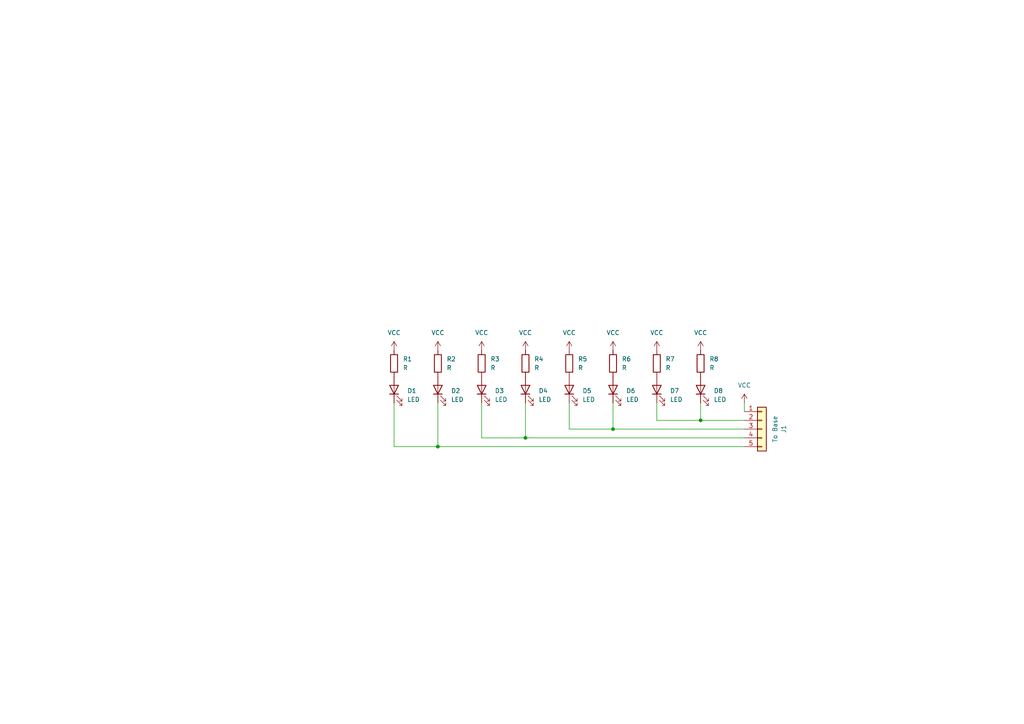
<source format=kicad_sch>
(kicad_sch (version 20230121) (generator eeschema)
  (paper "A4")
  (lib_symbols
    (symbol "Connector_Generic:Conn_01x05" (pin_names (offset 1.016) hide)
      (property "Reference" "J" (at 0 7.62 0))
      (property "Value" "Conn_01x05" (at 0 -7.62 0))
      (symbol "Conn_01x05_1_1"
        (rectangle (start -1.27 -4.953) (end 0 -5.207) (stroke (width 0.1524)))
        (rectangle (start -1.27 -2.413) (end 0 -2.667) (stroke (width 0.1524)))
        (rectangle (start -1.27 0.127) (end 0 -0.127) (stroke (width 0.1524)))
        (rectangle (start -1.27 2.667) (end 0 2.413) (stroke (width 0.1524)))
        (rectangle (start -1.27 5.207) (end 0 4.953) (stroke (width 0.1524)))
        (rectangle (start -1.27 6.35) (end 1.27 -6.35) (stroke (width 0.254)) (fill (type background)))
        (pin passive line (at -5.08 5.08 0) (length 3.81) (name "Pin_1") (number "1"))
        (pin passive line (at -5.08 2.54 0) (length 3.81) (name "Pin_2") (number "2"))
        (pin passive line (at -5.08 0 0) (length 3.81) (name "Pin_3") (number "3"))
        (pin passive line (at -5.08 -2.54 0) (length 3.81) (name "Pin_4") (number "4"))
        (pin passive line (at -5.08 -5.08 0) (length 3.81) (name "Pin_5") (number "5"))
      )
    )
    (symbol "Device:LED" (pin_numbers hide) (pin_names (offset 1.016) hide)
      (property "Reference" "D" (at 0 2.54 0))
      (property "Value" "LED" (at 0 -2.54 0))
      (symbol "LED_0_1"
        (polyline (pts (xy -1.27 -1.27) (xy -1.27 1.27)) (stroke (width 0.254)))
        (polyline (pts (xy -1.27 0) (xy 1.27 0)))
        (polyline (pts (xy 1.27 -1.27) (xy 1.27 1.27) (xy -1.27 0) (xy 1.27 -1.27)) (stroke (width 0.254)))
        (polyline (pts (xy -3.048 -0.762) (xy -4.572 -2.286) (xy -3.81 -2.286) (xy -4.572 -2.286) (xy -4.572 -1.524)))
        (polyline (pts (xy -1.778 -0.762) (xy -3.302 -2.286) (xy -2.54 -2.286) (xy -3.302 -2.286) (xy -3.302 -1.524)))
      )
      (symbol "LED_1_1"
        (pin passive line (at -3.81 0 0) (length 2.54) (name "K") (number "1"))
        (pin passive line (at 3.81 0 180) (length 2.54) (name "A") (number "2"))
      )
    )
    (symbol "Device:R" (pin_numbers hide) (pin_names (offset 0))
      (property "Reference" "R" (at 2.032 0 90))
      (property "Value" "R" (at 0 0 90))
      (symbol "R_0_1"
        (rectangle (start -1.016 -2.54) (end 1.016 2.54) (stroke (width 0.254)))
      )
      (symbol "R_1_1"
        (pin passive line (at 0 3.81 270) (length 1.27) (name "~") (number "1"))
        (pin passive line (at 0 -3.81 90) (length 1.27) (name "~") (number "2"))
      )
    )
    (symbol "power:VCC" (power) (pin_names (offset 0))
      (property "Value" "VCC" (at 0 3.81 0))
      (symbol "VCC_0_1"
        (polyline (pts (xy -0.762 1.27) (xy 0 2.54)))
        (polyline (pts (xy 0 0) (xy 0 2.54)))
        (polyline (pts (xy 0 2.54) (xy 0.762 1.27)))
      )
      (symbol "VCC_1_1"
        (pin power_in line (at 0 0 90) (length 0) hide (name "VCC") (number "1"))
      )
    )
  )
  (junction (at 152.4 127))
  (junction (at 177.8 124.46))
  (junction (at 203.2 121.92))
  (junction (at 127 129.54))
  (wire (pts (xy 127 116.84) (xy 127 129.54)))
  (wire (pts (xy 215.9 116.84) (xy 215.9 119.38)))
  (wire (pts (xy 114.3 129.54) (xy 127 129.54)))
  (wire (pts (xy 165.1 124.46) (xy 177.8 124.46)))
  (wire (pts (xy 114.3 116.84) (xy 114.3 129.54)))
  (wire (pts (xy 203.2 116.84) (xy 203.2 121.92)))
  (wire (pts (xy 190.5 121.92) (xy 203.2 121.92)))
  (wire (pts (xy 203.2 121.92) (xy 215.9 121.92)))
  (wire (pts (xy 177.8 116.84) (xy 177.8 124.46)))
  (wire (pts (xy 139.7 116.84) (xy 139.7 127)))
  (wire (pts (xy 127 129.54) (xy 215.9 129.54)))
  (wire (pts (xy 139.7 127) (xy 152.4 127)))
  (wire (pts (xy 152.4 127) (xy 215.9 127)))
  (wire (pts (xy 165.1 116.84) (xy 165.1 124.46)))
  (wire (pts (xy 152.4 116.84) (xy 152.4 127)))
  (wire (pts (xy 177.8 124.46) (xy 215.9 124.46)))
  (wire (pts (xy 190.5 116.84) (xy 190.5 121.92)))
  (symbol (lib_id "Device:R") (at 152.4 105.41 0) (unit 1)
    (property "Reference" "R4" (at 154.94 104.14 0) (effects (justify left)))
    (property "Value" "R" (at 154.94 106.68 0) (effects (justify left)))
    (property "Footprint" "Resistor_SMD:R_1206_3216Metric" (effects hide))
  )
  (symbol (lib_id "Device:LED") (at 152.4 113.03 90) (unit 1)
    (property "Reference" "D4" (at 156.21 113.3475 90) (effects (justify right)))
    (property "Value" "LED" (at 156.21 115.8875 90) (effects (justify right)))
    (property "Footprint" "LED_SMD:LED_1206_3216Metric" (effects hide))
  )
  (symbol (lib_id "Device:LED") (at 139.7 113.03 90) (unit 1)
    (property "Reference" "D3" (at 143.51 113.3475 90) (effects (justify right)))
    (property "Value" "LED" (at 143.51 115.8875 90) (effects (justify right)))
    (property "Footprint" "LED_SMD:LED_1206_3216Metric" (effects hide))
  )
  (symbol (lib_id "power:VCC") (at 152.4 101.6 0) (unit 1)
    (property "Reference" "#PWR05" (effects hide))
    (property "Value" "VCC" (at 152.4 96.52 0))
  )
  (symbol (lib_id "Device:R") (at 190.5 105.41 0) (unit 1)
    (property "Reference" "R7" (at 193.04 104.14 0) (effects (justify left)))
    (property "Value" "R" (at 193.04 106.68 0) (effects (justify left)))
    (property "Footprint" "Resistor_SMD:R_1206_3216Metric" (effects hide))
  )
  (symbol (lib_id "power:VCC") (at 127 101.6 0) (unit 1)
    (property "Reference" "#PWR03" (effects hide))
    (property "Value" "VCC" (at 127 96.52 0))
  )
  (symbol (lib_id "Device:LED") (at 177.8 113.03 90) (unit 1)
    (property "Reference" "D6" (at 181.61 113.3475 90) (effects (justify right)))
    (property "Value" "LED" (at 181.61 115.8875 90) (effects (justify right)))
    (property "Footprint" "LED_SMD:LED_1206_3216Metric" (effects hide))
  )
  (symbol (lib_id "power:VCC") (at 139.7 101.6 0) (unit 1)
    (property "Reference" "#PWR04" (effects hide))
    (property "Value" "VCC" (at 139.7 96.52 0))
  )
  (symbol (lib_id "power:VCC") (at 177.8 101.6 0) (unit 1)
    (property "Reference" "#PWR07" (effects hide))
    (property "Value" "VCC" (at 177.8 96.52 0))
  )
  (symbol (lib_id "Device:LED") (at 114.3 113.03 90) (unit 1)
    (property "Reference" "D1" (at 118.11 113.3475 90) (effects (justify right)))
    (property "Value" "LED" (at 118.11 115.8875 90) (effects (justify right)))
    (property "Footprint" "LED_SMD:LED_1206_3216Metric" (effects hide))
  )
  (symbol (lib_id "Device:LED") (at 203.2 113.03 90) (unit 1)
    (property "Reference" "D8" (at 207.01 113.3475 90) (effects (justify right)))
    (property "Value" "LED" (at 207.01 115.8875 90) (effects (justify right)))
    (property "Footprint" "LED_SMD:LED_1206_3216Metric" (effects hide))
  )
  (symbol (lib_id "Device:R") (at 203.2 105.41 0) (unit 1)
    (property "Reference" "R8" (at 205.74 104.14 0) (effects (justify left)))
    (property "Value" "R" (at 205.74 106.68 0) (effects (justify left)))
    (property "Footprint" "Resistor_SMD:R_1206_3216Metric" (effects hide))
  )
  (symbol (lib_id "Device:LED") (at 165.1 113.03 90) (unit 1)
    (property "Reference" "D5" (at 168.91 113.3475 90) (effects (justify right)))
    (property "Value" "LED" (at 168.91 115.8875 90) (effects (justify right)))
    (property "Footprint" "LED_SMD:LED_1206_3216Metric" (effects hide))
  )
  (symbol (lib_id "power:VCC") (at 203.2 101.6 0) (unit 1)
    (property "Reference" "#PWR09" (effects hide))
    (property "Value" "VCC" (at 203.2 96.52 0))
  )
  (symbol (lib_id "power:VCC") (at 190.5 101.6 0) (unit 1)
    (property "Reference" "#PWR08" (effects hide))
    (property "Value" "VCC" (at 190.5 96.52 0))
  )
  (symbol (lib_id "power:VCC") (at 215.9 116.84 0) (unit 1)
    (property "Reference" "#PWR01" (effects hide))
    (property "Value" "VCC" (at 215.9 111.76 0))
  )
  (symbol (lib_id "power:VCC") (at 114.3 101.6 0) (unit 1)
    (property "Reference" "#PWR02" (effects hide))
    (property "Value" "VCC" (at 114.3 96.52 0))
  )
  (symbol (lib_id "Device:LED") (at 190.5 113.03 90) (unit 1)
    (property "Reference" "D7" (at 194.31 113.3475 90) (effects (justify right)))
    (property "Value" "LED" (at 194.31 115.8875 90) (effects (justify right)))
    (property "Footprint" "LED_SMD:LED_1206_3216Metric" (effects hide))
  )
  (symbol (lib_id "Device:R") (at 114.3 105.41 0) (unit 1)
    (property "Reference" "R1" (at 116.84 104.14 0) (effects (justify left)))
    (property "Value" "R" (at 116.84 106.68 0) (effects (justify left)))
    (property "Footprint" "Resistor_SMD:R_1206_3216Metric" (effects hide))
  )
  (symbol (lib_id "Device:R") (at 139.7 105.41 0) (unit 1)
    (property "Reference" "R3" (at 142.24 104.14 0) (effects (justify left)))
    (property "Value" "R" (at 142.24 106.68 0) (effects (justify left)))
    (property "Footprint" "Resistor_SMD:R_1206_3216Metric" (effects hide))
  )
  (symbol (lib_id "Device:R") (at 127 105.41 0) (unit 1)
    (property "Reference" "R2" (at 129.54 104.14 0) (effects (justify left)))
    (property "Value" "R" (at 129.54 106.68 0) (effects (justify left)))
    (property "Footprint" "Resistor_SMD:R_1206_3216Metric" (effects hide))
  )
  (symbol (lib_id "Device:R") (at 177.8 105.41 0) (unit 1)
    (property "Reference" "R6" (at 180.34 104.14 0) (effects (justify left)))
    (property "Value" "R" (at 180.34 106.68 0) (effects (justify left)))
    (property "Footprint" "Resistor_SMD:R_1206_3216Metric" (effects hide))
  )
  (symbol (lib_id "Connector_Generic:Conn_01x05") (at 220.98 124.46 0) (unit 1)
    (property "Reference" "J1" (at 227.33 124.46 90))
    (property "Value" "To Base" (at 224.79 124.46 90))
    (property "Footprint" "Connector_Molex:Molex_PicoBlade_53047-0510_1x05_P1.25mm_Vertical" (effects hide))
  )
  (symbol (lib_id "Device:R") (at 165.1 105.41 0) (unit 1)
    (property "Reference" "R5" (at 167.64 104.14 0) (effects (justify left)))
    (property "Value" "R" (at 167.64 106.68 0) (effects (justify left)))
    (property "Footprint" "Resistor_SMD:R_1206_3216Metric" (effects hide))
  )
  (symbol (lib_id "Device:LED") (at 127 113.03 90) (unit 1)
    (property "Reference" "D2" (at 130.81 113.3475 90) (effects (justify right)))
    (property "Value" "LED" (at 130.81 115.8875 90) (effects (justify right)))
    (property "Footprint" "LED_SMD:LED_1206_3216Metric" (effects hide))
  )
  (symbol (lib_id "power:VCC") (at 165.1 101.6 0) (unit 1)
    (property "Reference" "#PWR06" (effects hide))
    (property "Value" "VCC" (at 165.1 96.52 0))
  )
)
</source>
